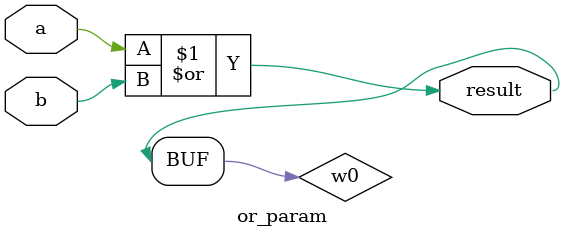
<source format=v>
`timescale 1ns / 1ps


module or_param(result, a, b);

    parameter size = 1;
    
    input [size-1:0] a, b;
    output [size-1:0] result;
    
    wire [size-1:0] w0;
    
    
    genvar i; 
    generate
        for(i = 0; i < size; i = i + 1) begin
            or g1(w0[i], a[i], b[i]);
        end
    endgenerate
   
   assign result = w0;
   
endmodule

</source>
